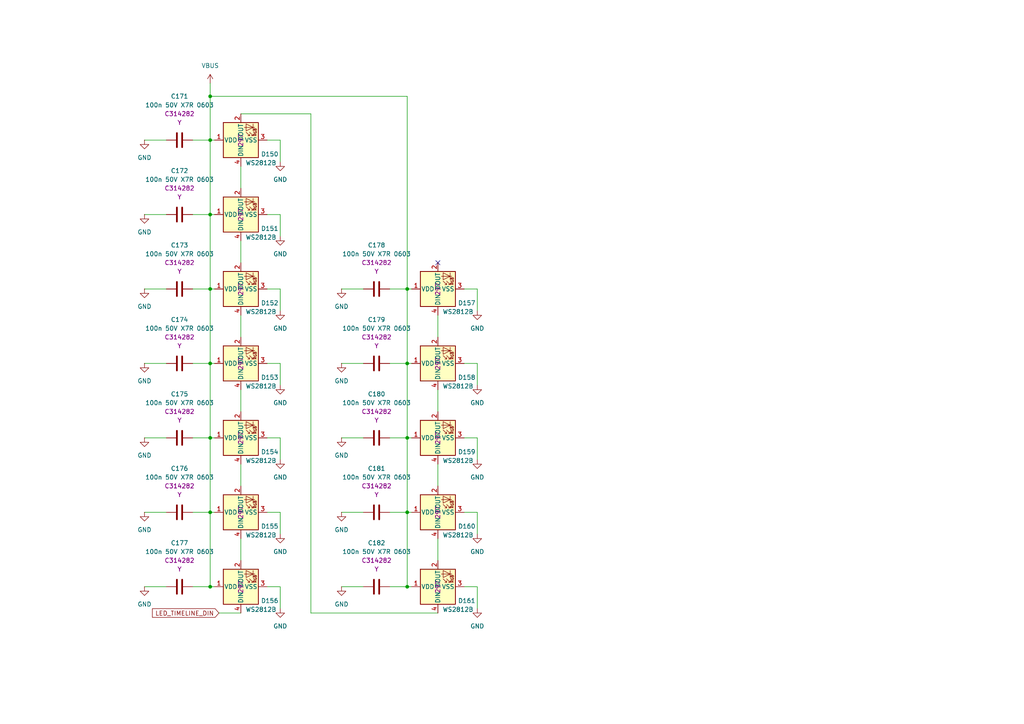
<source format=kicad_sch>
(kicad_sch (version 20250114) (generator "eeschema") (generator_version "9.0")
  (paper "A4")
  (lib_symbols
    (symbol "LED:WS2812B" (pin_names (offset 0.254))
      (property "Reference" "D" (at 5.08 5.715 0))
      (property "Value" "WS2812B" (at 1.27 -5.715 0))
      (symbol "WS2812B_0_0"
        (text "RGB" (at 2.286 -4.191 0) (effects (font (size 0.762 0.762))))
      )
      (symbol "WS2812B_0_1"
        (polyline (pts (xy 1.27 -2.54) (xy 1.778 -2.54)))
        (polyline (pts (xy 1.27 -3.556) (xy 1.778 -3.556)))
        (polyline (pts (xy 2.286 -1.524) (xy 1.27 -2.54) (xy 1.27 -2.032)))
        (polyline (pts (xy 2.286 -2.54) (xy 1.27 -3.556) (xy 1.27 -3.048)))
        (polyline (pts (xy 3.683 -1.016) (xy 3.683 -3.556) (xy 3.683 -4.064)))
        (polyline (pts (xy 4.699 -1.524) (xy 2.667 -1.524) (xy 3.683 -3.556) (xy 4.699 -1.524)))
        (polyline (pts (xy 4.699 -3.556) (xy 2.667 -3.556)))
        (rectangle (start 5.08 5.08) (end -5.08 -5.08) (stroke (width 0.254)) (fill (type background)))
      )
      (symbol "WS2812B_1_1"
        (pin input line (at -7.62 0 0) (length 2.54) (name "DIN") (number "4"))
        (pin power_in line (at 0 7.62 270) (length 2.54) (name "VDD") (number "1"))
        (pin power_in line (at 0 -7.62 90) (length 2.54) (name "VSS") (number "3"))
        (pin output line (at 7.62 0 180) (length 2.54) (name "DOUT") (number "2"))
      )
    )
    (symbol "Skrubis:100n 50V X7R 0603" (pin_numbers (hide yes)) (pin_names (offset 0.254))
      (property "Reference" "C?" (at -3.81 1.27 0))
      (property "Value" "100n 50V X7R 0603" (at -3.81 -1.27 0))
      (property "LCSC" "C314282" (at -5.08 0 0))
      (property "Stock" "N" (at -7.62 0 0))
      (symbol "100n 50V X7R 0603_0_1"
        (polyline (pts (xy -2.032 0.762) (xy 2.032 0.762)) (stroke (width 0.508)))
        (polyline (pts (xy -2.032 -0.762) (xy 2.032 -0.762)) (stroke (width 0.508)))
      )
      (symbol "100n 50V X7R 0603_1_1"
        (pin passive line (at 0 3.81 270) (length 2.794) (name "~") (number "1"))
        (pin passive line (at 0 -3.81 90) (length 2.794) (name "~") (number "2"))
      )
    )
    (symbol "power:GND" (power) (pin_numbers (hide yes)) (pin_names (offset 0) (hide yes))
      (property "Value" "GND" (at 0 -3.81 0))
      (symbol "GND_0_1"
        (polyline (pts (xy 0 0) (xy 0 -1.27) (xy 1.27 -1.27) (xy 0 -2.54) (xy -1.27 -1.27) (xy 0 -1.27)))
      )
      (symbol "GND_1_1"
        (pin power_in line (at 0 0 270) (length 0) (name "~") (number "1"))
      )
    )
    (symbol "power:VBUS" (power) (pin_numbers (hide yes)) (pin_names (offset 0) (hide yes))
      (property "Value" "VBUS" (at 0 3.556 0))
      (symbol "VBUS_0_1"
        (polyline (pts (xy -0.762 1.27) (xy 0 2.54)))
        (polyline (pts (xy 0 2.54) (xy 0.762 1.27)))
        (polyline (pts (xy 0 0) (xy 0 2.54)))
      )
      (symbol "VBUS_1_1"
        (pin power_in line (at 0 0 90) (length 0) (name "~") (number "1"))
      )
    )
  )
  (junction (at 60.96 27.94))
  (junction (at 118.11 127))
  (junction (at 118.11 105.41))
  (junction (at 60.96 62.23))
  (junction (at 118.11 83.82))
  (junction (at 60.96 40.64))
  (junction (at 60.96 83.82))
  (junction (at 60.96 105.41))
  (junction (at 118.11 148.59))
  (junction (at 118.11 170.18))
  (junction (at 60.96 170.18))
  (junction (at 60.96 148.59))
  (junction (at 60.96 127))
  (no_connect (at 127 76.2))
  (wire (pts (xy 99.06 127) (xy 105.41 127)))
  (wire (pts (xy 41.91 83.82) (xy 48.26 83.82)))
  (wire (pts (xy 55.88 105.41) (xy 60.96 105.41)))
  (wire (pts (xy 90.17 33.02) (xy 69.85 33.02)))
  (wire (pts (xy 81.28 176.53) (xy 81.28 170.18)))
  (wire (pts (xy 60.96 27.94) (xy 60.96 40.64)))
  (wire (pts (xy 81.28 127) (xy 77.47 127)))
  (wire (pts (xy 118.11 148.59) (xy 119.38 148.59)))
  (wire (pts (xy 60.96 170.18) (xy 62.23 170.18)))
  (wire (pts (xy 118.11 27.94) (xy 60.96 27.94)))
  (wire (pts (xy 60.96 62.23) (xy 60.96 83.82)))
  (wire (pts (xy 69.85 156.21) (xy 69.85 162.56)))
  (wire (pts (xy 60.96 148.59) (xy 60.96 170.18)))
  (wire (pts (xy 118.11 127) (xy 118.11 148.59)))
  (wire (pts (xy 41.91 170.18) (xy 48.26 170.18)))
  (wire (pts (xy 81.28 83.82) (xy 77.47 83.82)))
  (wire (pts (xy 55.88 40.64) (xy 60.96 40.64)))
  (wire (pts (xy 55.88 83.82) (xy 60.96 83.82)))
  (wire (pts (xy 81.28 68.58) (xy 81.28 62.23)))
  (wire (pts (xy 138.43 170.18) (xy 134.62 170.18)))
  (wire (pts (xy 69.85 91.44) (xy 69.85 97.79)))
  (wire (pts (xy 138.43 111.76) (xy 138.43 105.41)))
  (wire (pts (xy 55.88 127) (xy 60.96 127)))
  (wire (pts (xy 81.28 133.35) (xy 81.28 127)))
  (wire (pts (xy 127 91.44) (xy 127 97.79)))
  (wire (pts (xy 99.06 148.59) (xy 105.41 148.59)))
  (wire (pts (xy 113.03 148.59) (xy 118.11 148.59)))
  (wire (pts (xy 118.11 105.41) (xy 119.38 105.41)))
  (wire (pts (xy 55.88 62.23) (xy 60.96 62.23)))
  (wire (pts (xy 81.28 46.99) (xy 81.28 40.64)))
  (wire (pts (xy 41.91 148.59) (xy 48.26 148.59)))
  (wire (pts (xy 69.85 134.62) (xy 69.85 140.97)))
  (wire (pts (xy 60.96 83.82) (xy 60.96 105.41)))
  (wire (pts (xy 138.43 176.53) (xy 138.43 170.18)))
  (wire (pts (xy 60.96 148.59) (xy 62.23 148.59)))
  (wire (pts (xy 41.91 40.64) (xy 48.26 40.64)))
  (wire (pts (xy 60.96 127) (xy 60.96 148.59)))
  (wire (pts (xy 60.96 127) (xy 62.23 127)))
  (wire (pts (xy 60.96 62.23) (xy 62.23 62.23)))
  (wire (pts (xy 113.03 170.18) (xy 118.11 170.18)))
  (wire (pts (xy 63.5 177.8) (xy 69.85 177.8)))
  (wire (pts (xy 55.88 148.59) (xy 60.96 148.59)))
  (wire (pts (xy 41.91 105.41) (xy 48.26 105.41)))
  (wire (pts (xy 118.11 127) (xy 119.38 127)))
  (wire (pts (xy 60.96 40.64) (xy 60.96 62.23)))
  (wire (pts (xy 113.03 105.41) (xy 118.11 105.41)))
  (wire (pts (xy 69.85 113.03) (xy 69.85 119.38)))
  (wire (pts (xy 60.96 24.13) (xy 60.96 27.94)))
  (wire (pts (xy 60.96 83.82) (xy 62.23 83.82)))
  (wire (pts (xy 138.43 133.35) (xy 138.43 127)))
  (wire (pts (xy 90.17 177.8) (xy 127 177.8)))
  (wire (pts (xy 99.06 105.41) (xy 105.41 105.41)))
  (wire (pts (xy 69.85 69.85) (xy 69.85 76.2)))
  (wire (pts (xy 41.91 127) (xy 48.26 127)))
  (wire (pts (xy 60.96 40.64) (xy 62.23 40.64)))
  (wire (pts (xy 138.43 83.82) (xy 134.62 83.82)))
  (wire (pts (xy 81.28 40.64) (xy 77.47 40.64)))
  (wire (pts (xy 69.85 48.26) (xy 69.85 54.61)))
  (wire (pts (xy 127 156.21) (xy 127 162.56)))
  (wire (pts (xy 113.03 127) (xy 118.11 127)))
  (wire (pts (xy 90.17 177.8) (xy 90.17 33.02)))
  (wire (pts (xy 81.28 62.23) (xy 77.47 62.23)))
  (wire (pts (xy 99.06 170.18) (xy 105.41 170.18)))
  (wire (pts (xy 81.28 90.17) (xy 81.28 83.82)))
  (wire (pts (xy 118.11 83.82) (xy 118.11 105.41)))
  (wire (pts (xy 81.28 148.59) (xy 77.47 148.59)))
  (wire (pts (xy 138.43 154.94) (xy 138.43 148.59)))
  (wire (pts (xy 81.28 170.18) (xy 77.47 170.18)))
  (wire (pts (xy 81.28 105.41) (xy 77.47 105.41)))
  (wire (pts (xy 138.43 127) (xy 134.62 127)))
  (wire (pts (xy 118.11 105.41) (xy 118.11 127)))
  (wire (pts (xy 60.96 105.41) (xy 60.96 127)))
  (wire (pts (xy 118.11 27.94) (xy 118.11 83.82)))
  (wire (pts (xy 118.11 83.82) (xy 119.38 83.82)))
  (wire (pts (xy 113.03 83.82) (xy 118.11 83.82)))
  (wire (pts (xy 41.91 62.23) (xy 48.26 62.23)))
  (wire (pts (xy 81.28 111.76) (xy 81.28 105.41)))
  (wire (pts (xy 118.11 148.59) (xy 118.11 170.18)))
  (wire (pts (xy 55.88 170.18) (xy 60.96 170.18)))
  (wire (pts (xy 138.43 148.59) (xy 134.62 148.59)))
  (wire (pts (xy 118.11 170.18) (xy 119.38 170.18)))
  (wire (pts (xy 99.06 83.82) (xy 105.41 83.82)))
  (wire (pts (xy 138.43 90.17) (xy 138.43 83.82)))
  (wire (pts (xy 81.28 154.94) (xy 81.28 148.59)))
  (wire (pts (xy 60.96 105.41) (xy 62.23 105.41)))
  (wire (pts (xy 127 113.03) (xy 127 119.38)))
  (wire (pts (xy 138.43 105.41) (xy 134.62 105.41)))
  (wire (pts (xy 127 134.62) (xy 127 140.97)))
  (global_label "LED_TIMELINE_DIN" (shape input) (at 63.5 177.8 180) (property "Intersheetrefs" "${INTERSHEET_REFS}" (effects (hide yes))))
  (symbol (lib_id "power:GND") (at 81.28 68.58 0) (unit 1)
    (property "Reference" "#PWR0346" (effects (hide yes)))
    (property "Value" "GND" (at 81.28 73.66 0))
    (property "Description" "Power symbol creates a global label with name \"GND\" , ground" (effects (hide yes)))
  )
  (symbol (lib_id "LED:WS2812B") (at 69.85 170.18 90) (unit 1)
    (property "Reference" "D156" (at 78.232 174.244 90))
    (property "Value" "WS2812B" (at 75.692 176.784 90))
    (property "Footprint" "weatherthing-footprints:LED_WS2812B_PLCC4_5.0x5.0mm_P3.2mm" (effects (hide yes)))
    (property "Datasheet" "https://cdn-shop.adafruit.com/datasheets/WS2812B.pdf" (effects (hide yes)))
    (property "Description" "RGB LED with integrated controller" (effects (hide yes)))
    (property "LCSC" "C22461793" (effects (hide yes)))
    (property "Stock" "297" (at 69.85 170.18 0))
  )
  (symbol (lib_id "Skrubis:100n 50V X7R 0603") (at 52.07 62.23 90) (mirror x) (unit 1)
    (property "Reference" "C172" (at 52.07 49.53 90))
    (property "Value" "100n 50V X7R 0603" (at 52.07 52.07 90))
    (property "Footprint" "Capacitor_SMD:C_0603_1608Metric" (effects (hide yes)))
    (property "LCSC" "C314282" (at 52.07 54.61 90))
    (property "Stock" "Y" (at 52.07 57.15 90))
  )
  (symbol (lib_id "Skrubis:100n 50V X7R 0603") (at 52.07 40.64 90) (mirror x) (unit 1)
    (property "Reference" "C171" (at 52.07 27.94 90))
    (property "Value" "100n 50V X7R 0603" (at 52.07 30.48 90))
    (property "Footprint" "Capacitor_SMD:C_0603_1608Metric" (effects (hide yes)))
    (property "LCSC" "C314282" (at 52.07 33.02 90))
    (property "Stock" "Y" (at 52.07 35.56 90))
  )
  (symbol (lib_id "power:GND") (at 99.06 83.82 0) (unit 1)
    (property "Reference" "#PWR0352" (effects (hide yes)))
    (property "Value" "GND" (at 99.06 88.9 0))
    (property "Description" "Power symbol creates a global label with name \"GND\" , ground" (effects (hide yes)))
  )
  (symbol (lib_id "power:GND") (at 41.91 105.41 0) (unit 1)
    (property "Reference" "#PWR0340" (effects (hide yes)))
    (property "Value" "GND" (at 41.91 110.49 0))
    (property "Description" "Power symbol creates a global label with name \"GND\" , ground" (effects (hide yes)))
  )
  (symbol (lib_id "Skrubis:100n 50V X7R 0603") (at 52.07 170.18 90) (mirror x) (unit 1)
    (property "Reference" "C177" (at 52.07 157.48 90))
    (property "Value" "100n 50V X7R 0603" (at 52.07 160.02 90))
    (property "Footprint" "Capacitor_SMD:C_0603_1608Metric" (effects (hide yes)))
    (property "LCSC" "C314282" (at 52.07 162.56 90))
    (property "Stock" "Y" (at 52.07 165.1 90))
  )
  (symbol (lib_id "power:GND") (at 41.91 40.64 0) (unit 1)
    (property "Reference" "#PWR0337" (effects (hide yes)))
    (property "Value" "GND" (at 41.91 45.72 0))
    (property "Description" "Power symbol creates a global label with name \"GND\" , ground" (effects (hide yes)))
  )
  (symbol (lib_id "Skrubis:100n 50V X7R 0603") (at 109.22 170.18 90) (mirror x) (unit 1)
    (property "Reference" "C182" (at 109.22 157.48 90))
    (property "Value" "100n 50V X7R 0603" (at 109.22 160.02 90))
    (property "Footprint" "Capacitor_SMD:C_0603_1608Metric" (effects (hide yes)))
    (property "LCSC" "C314282" (at 109.22 162.56 90))
    (property "Stock" "Y" (at 109.22 165.1 90))
  )
  (symbol (lib_id "power:GND") (at 81.28 90.17 0) (unit 1)
    (property "Reference" "#PWR0347" (effects (hide yes)))
    (property "Value" "GND" (at 81.28 95.25 0))
    (property "Description" "Power symbol creates a global label with name \"GND\" , ground" (effects (hide yes)))
  )
  (symbol (lib_id "power:GND") (at 138.43 90.17 0) (unit 1)
    (property "Reference" "#PWR0357" (effects (hide yes)))
    (property "Value" "GND" (at 138.43 95.25 0))
    (property "Description" "Power symbol creates a global label with name \"GND\" , ground" (effects (hide yes)))
  )
  (symbol (lib_id "LED:WS2812B") (at 127 148.59 90) (unit 1)
    (property "Reference" "D160" (at 135.382 152.654 90))
    (property "Value" "WS2812B" (at 132.842 155.194 90))
    (property "Footprint" "weatherthing-footprints:LED_WS2812B_PLCC4_5.0x5.0mm_P3.2mm" (effects (hide yes)))
    (property "Datasheet" "https://cdn-shop.adafruit.com/datasheets/WS2812B.pdf" (effects (hide yes)))
    (property "Description" "RGB LED with integrated controller" (effects (hide yes)))
    (property "LCSC" "C22461793" (effects (hide yes)))
    (property "Stock" "297" (at 127 148.59 0))
  )
  (symbol (lib_id "power:GND") (at 81.28 111.76 0) (unit 1)
    (property "Reference" "#PWR0348" (effects (hide yes)))
    (property "Value" "GND" (at 81.28 116.84 0))
    (property "Description" "Power symbol creates a global label with name \"GND\" , ground" (effects (hide yes)))
  )
  (symbol (lib_id "power:GND") (at 99.06 170.18 0) (unit 1)
    (property "Reference" "#PWR0356" (effects (hide yes)))
    (property "Value" "GND" (at 99.06 175.26 0))
    (property "Description" "Power symbol creates a global label with name \"GND\" , ground" (effects (hide yes)))
  )
  (symbol (lib_id "Skrubis:100n 50V X7R 0603") (at 52.07 148.59 90) (mirror x) (unit 1)
    (property "Reference" "C176" (at 52.07 135.89 90))
    (property "Value" "100n 50V X7R 0603" (at 52.07 138.43 90))
    (property "Footprint" "Capacitor_SMD:C_0603_1608Metric" (effects (hide yes)))
    (property "LCSC" "C314282" (at 52.07 140.97 90))
    (property "Stock" "Y" (at 52.07 143.51 90))
  )
  (symbol (lib_id "power:GND") (at 41.91 127 0) (unit 1)
    (property "Reference" "#PWR0341" (effects (hide yes)))
    (property "Value" "GND" (at 41.91 132.08 0))
    (property "Description" "Power symbol creates a global label with name \"GND\" , ground" (effects (hide yes)))
  )
  (symbol (lib_id "power:GND") (at 138.43 111.76 0) (unit 1)
    (property "Reference" "#PWR0358" (effects (hide yes)))
    (property "Value" "GND" (at 138.43 116.84 0))
    (property "Description" "Power symbol creates a global label with name \"GND\" , ground" (effects (hide yes)))
  )
  (symbol (lib_id "power:GND") (at 81.28 154.94 0) (unit 1)
    (property "Reference" "#PWR0350" (effects (hide yes)))
    (property "Value" "GND" (at 81.28 160.02 0))
    (property "Description" "Power symbol creates a global label with name \"GND\" , ground" (effects (hide yes)))
  )
  (symbol (lib_id "power:GND") (at 99.06 105.41 0) (unit 1)
    (property "Reference" "#PWR0353" (effects (hide yes)))
    (property "Value" "GND" (at 99.06 110.49 0))
    (property "Description" "Power symbol creates a global label with name \"GND\" , ground" (effects (hide yes)))
  )
  (symbol (lib_id "LED:WS2812B") (at 69.85 127 90) (unit 1)
    (property "Reference" "D154" (at 78.232 131.064 90))
    (property "Value" "WS2812B" (at 75.692 133.604 90))
    (property "Footprint" "weatherthing-footprints:LED_WS2812B_PLCC4_5.0x5.0mm_P3.2mm" (effects (hide yes)))
    (property "Datasheet" "https://cdn-shop.adafruit.com/datasheets/WS2812B.pdf" (effects (hide yes)))
    (property "Description" "RGB LED with integrated controller" (effects (hide yes)))
    (property "LCSC" "C22461793" (effects (hide yes)))
    (property "Stock" "297" (at 69.85 127 0))
  )
  (symbol (lib_id "power:GND") (at 99.06 127 0) (unit 1)
    (property "Reference" "#PWR0354" (effects (hide yes)))
    (property "Value" "GND" (at 99.06 132.08 0))
    (property "Description" "Power symbol creates a global label with name \"GND\" , ground" (effects (hide yes)))
  )
  (symbol (lib_id "LED:WS2812B") (at 127 127 90) (unit 1)
    (property "Reference" "D159" (at 135.382 131.064 90))
    (property "Value" "WS2812B" (at 132.842 133.604 90))
    (property "Footprint" "weatherthing-footprints:LED_WS2812B_PLCC4_5.0x5.0mm_P3.2mm" (effects (hide yes)))
    (property "Datasheet" "https://cdn-shop.adafruit.com/datasheets/WS2812B.pdf" (effects (hide yes)))
    (property "Description" "RGB LED with integrated controller" (effects (hide yes)))
    (property "LCSC" "C22461793" (effects (hide yes)))
    (property "Stock" "297" (at 127 127 0))
  )
  (symbol (lib_id "power:GND") (at 41.91 148.59 0) (unit 1)
    (property "Reference" "#PWR0342" (effects (hide yes)))
    (property "Value" "GND" (at 41.91 153.67 0))
    (property "Description" "Power symbol creates a global label with name \"GND\" , ground" (effects (hide yes)))
  )
  (symbol (lib_id "Skrubis:100n 50V X7R 0603") (at 109.22 127 90) (mirror x) (unit 1)
    (property "Reference" "C180" (at 109.22 114.3 90))
    (property "Value" "100n 50V X7R 0603" (at 109.22 116.84 90))
    (property "Footprint" "Capacitor_SMD:C_0603_1608Metric" (effects (hide yes)))
    (property "LCSC" "C314282" (at 109.22 119.38 90))
    (property "Stock" "Y" (at 109.22 121.92 90))
  )
  (symbol (lib_id "power:GND") (at 41.91 62.23 0) (unit 1)
    (property "Reference" "#PWR0338" (effects (hide yes)))
    (property "Value" "GND" (at 41.91 67.31 0))
    (property "Description" "Power symbol creates a global label with name \"GND\" , ground" (effects (hide yes)))
  )
  (symbol (lib_id "LED:WS2812B") (at 127 83.82 90) (unit 1)
    (property "Reference" "D157" (at 135.382 87.884 90))
    (property "Value" "WS2812B" (at 132.842 90.424 90))
    (property "Footprint" "weatherthing-footprints:LED_WS2812B_PLCC4_5.0x5.0mm_P3.2mm" (effects (hide yes)))
    (property "Datasheet" "https://cdn-shop.adafruit.com/datasheets/WS2812B.pdf" (effects (hide yes)))
    (property "Description" "RGB LED with integrated controller" (effects (hide yes)))
    (property "LCSC" "C22461793" (effects (hide yes)))
    (property "Stock" "297" (at 127 83.82 0))
  )
  (symbol (lib_id "Skrubis:100n 50V X7R 0603") (at 52.07 83.82 90) (mirror x) (unit 1)
    (property "Reference" "C173" (at 52.07 71.12 90))
    (property "Value" "100n 50V X7R 0603" (at 52.07 73.66 90))
    (property "Footprint" "Capacitor_SMD:C_0603_1608Metric" (effects (hide yes)))
    (property "LCSC" "C314282" (at 52.07 76.2 90))
    (property "Stock" "Y" (at 52.07 78.74 90))
  )
  (symbol (lib_id "power:GND") (at 138.43 133.35 0) (unit 1)
    (property "Reference" "#PWR0359" (effects (hide yes)))
    (property "Value" "GND" (at 138.43 138.43 0))
    (property "Description" "Power symbol creates a global label with name \"GND\" , ground" (effects (hide yes)))
  )
  (symbol (lib_id "power:GND") (at 81.28 133.35 0) (unit 1)
    (property "Reference" "#PWR0349" (effects (hide yes)))
    (property "Value" "GND" (at 81.28 138.43 0))
    (property "Description" "Power symbol creates a global label with name \"GND\" , ground" (effects (hide yes)))
  )
  (symbol (lib_id "LED:WS2812B") (at 69.85 40.64 90) (unit 1)
    (property "Reference" "D150" (at 78.232 44.704 90))
    (property "Value" "WS2812B" (at 75.692 47.244 90))
    (property "Footprint" "weatherthing-footprints:LED_WS2812B_PLCC4_5.0x5.0mm_P3.2mm" (effects (hide yes)))
    (property "Datasheet" "https://cdn-shop.adafruit.com/datasheets/WS2812B.pdf" (effects (hide yes)))
    (property "Description" "RGB LED with integrated controller" (effects (hide yes)))
    (property "LCSC" "C22461793" (effects (hide yes)))
    (property "Stock" "297" (at 69.85 40.64 0))
  )
  (symbol (lib_id "power:GND") (at 138.43 176.53 0) (unit 1)
    (property "Reference" "#PWR0361" (effects (hide yes)))
    (property "Value" "GND" (at 138.43 181.61 0))
    (property "Description" "Power symbol creates a global label with name \"GND\" , ground" (effects (hide yes)))
  )
  (symbol (lib_id "power:GND") (at 99.06 148.59 0) (unit 1)
    (property "Reference" "#PWR0355" (effects (hide yes)))
    (property "Value" "GND" (at 99.06 153.67 0))
    (property "Description" "Power symbol creates a global label with name \"GND\" , ground" (effects (hide yes)))
  )
  (symbol (lib_id "LED:WS2812B") (at 69.85 148.59 90) (unit 1)
    (property "Reference" "D155" (at 78.232 152.654 90))
    (property "Value" "WS2812B" (at 75.692 155.194 90))
    (property "Footprint" "weatherthing-footprints:LED_WS2812B_PLCC4_5.0x5.0mm_P3.2mm" (effects (hide yes)))
    (property "Datasheet" "https://cdn-shop.adafruit.com/datasheets/WS2812B.pdf" (effects (hide yes)))
    (property "Description" "RGB LED with integrated controller" (effects (hide yes)))
    (property "LCSC" "C22461793" (effects (hide yes)))
    (property "Stock" "297" (at 69.85 148.59 0))
  )
  (symbol (lib_id "power:GND") (at 41.91 170.18 0) (unit 1)
    (property "Reference" "#PWR0343" (effects (hide yes)))
    (property "Value" "GND" (at 41.91 175.26 0))
    (property "Description" "Power symbol creates a global label with name \"GND\" , ground" (effects (hide yes)))
  )
  (symbol (lib_id "power:GND") (at 138.43 154.94 0) (unit 1)
    (property "Reference" "#PWR0360" (effects (hide yes)))
    (property "Value" "GND" (at 138.43 160.02 0))
    (property "Description" "Power symbol creates a global label with name \"GND\" , ground" (effects (hide yes)))
  )
  (symbol (lib_id "power:VBUS") (at 60.96 24.13 0) (unit 1)
    (property "Reference" "#PWR0344" (effects (hide yes)))
    (property "Value" "VBUS" (at 60.96 19.05 0))
    (property "Description" "Power symbol creates a global label with name \"VBUS\"" (effects (hide yes)))
  )
  (symbol (lib_id "LED:WS2812B") (at 69.85 83.82 90) (unit 1)
    (property "Reference" "D152" (at 78.232 87.884 90))
    (property "Value" "WS2812B" (at 75.692 90.424 90))
    (property "Footprint" "weatherthing-footprints:LED_WS2812B_PLCC4_5.0x5.0mm_P3.2mm" (effects (hide yes)))
    (property "Datasheet" "https://cdn-shop.adafruit.com/datasheets/WS2812B.pdf" (effects (hide yes)))
    (property "Description" "RGB LED with integrated controller" (effects (hide yes)))
    (property "LCSC" "C22461793" (effects (hide yes)))
    (property "Stock" "297" (at 69.85 83.82 0))
  )
  (symbol (lib_id "Skrubis:100n 50V X7R 0603") (at 109.22 83.82 90) (mirror x) (unit 1)
    (property "Reference" "C178" (at 109.22 71.12 90))
    (property "Value" "100n 50V X7R 0603" (at 109.22 73.66 90))
    (property "Footprint" "Capacitor_SMD:C_0603_1608Metric" (effects (hide yes)))
    (property "LCSC" "C314282" (at 109.22 76.2 90))
    (property "Stock" "Y" (at 109.22 78.74 90))
  )
  (symbol (lib_id "LED:WS2812B") (at 127 170.18 90) (unit 1)
    (property "Reference" "D161" (at 135.382 174.244 90))
    (property "Value" "WS2812B" (at 132.842 176.784 90))
    (property "Footprint" "weatherthing-footprints:LED_WS2812B_PLCC4_5.0x5.0mm_P3.2mm" (effects (hide yes)))
    (property "Datasheet" "https://cdn-shop.adafruit.com/datasheets/WS2812B.pdf" (effects (hide yes)))
    (property "Description" "RGB LED with integrated controller" (effects (hide yes)))
    (property "LCSC" "C22461793" (effects (hide yes)))
    (property "Stock" "297" (at 127 170.18 0))
  )
  (symbol (lib_id "power:GND") (at 41.91 83.82 0) (unit 1)
    (property "Reference" "#PWR0339" (effects (hide yes)))
    (property "Value" "GND" (at 41.91 88.9 0))
    (property "Description" "Power symbol creates a global label with name \"GND\" , ground" (effects (hide yes)))
  )
  (symbol (lib_id "Skrubis:100n 50V X7R 0603") (at 52.07 127 90) (mirror x) (unit 1)
    (property "Reference" "C175" (at 52.07 114.3 90))
    (property "Value" "100n 50V X7R 0603" (at 52.07 116.84 90))
    (property "Footprint" "Capacitor_SMD:C_0603_1608Metric" (effects (hide yes)))
    (property "LCSC" "C314282" (at 52.07 119.38 90))
    (property "Stock" "Y" (at 52.07 121.92 90))
  )
  (symbol (lib_id "LED:WS2812B") (at 127 105.41 90) (unit 1)
    (property "Reference" "D158" (at 135.382 109.474 90))
    (property "Value" "WS2812B" (at 132.842 112.014 90))
    (property "Footprint" "weatherthing-footprints:LED_WS2812B_PLCC4_5.0x5.0mm_P3.2mm" (effects (hide yes)))
    (property "Datasheet" "https://cdn-shop.adafruit.com/datasheets/WS2812B.pdf" (effects (hide yes)))
    (property "Description" "RGB LED with integrated controller" (effects (hide yes)))
    (property "LCSC" "C22461793" (effects (hide yes)))
    (property "Stock" "297" (at 127 105.41 0))
  )
  (symbol (lib_id "LED:WS2812B") (at 69.85 105.41 90) (unit 1)
    (property "Reference" "D153" (at 78.232 109.474 90))
    (property "Value" "WS2812B" (at 75.692 112.014 90))
    (property "Footprint" "weatherthing-footprints:LED_WS2812B_PLCC4_5.0x5.0mm_P3.2mm" (effects (hide yes)))
    (property "Datasheet" "https://cdn-shop.adafruit.com/datasheets/WS2812B.pdf" (effects (hide yes)))
    (property "Description" "RGB LED with integrated controller" (effects (hide yes)))
    (property "LCSC" "C22461793" (effects (hide yes)))
    (property "Stock" "297" (at 69.85 105.41 0))
  )
  (symbol (lib_id "Skrubis:100n 50V X7R 0603") (at 52.07 105.41 90) (mirror x) (unit 1)
    (property "Reference" "C174" (at 52.07 92.71 90))
    (property "Value" "100n 50V X7R 0603" (at 52.07 95.25 90))
    (property "Footprint" "Capacitor_SMD:C_0603_1608Metric" (effects (hide yes)))
    (property "LCSC" "C314282" (at 52.07 97.79 90))
    (property "Stock" "Y" (at 52.07 100.33 90))
  )
  (symbol (lib_id "Skrubis:100n 50V X7R 0603") (at 109.22 148.59 90) (mirror x) (unit 1)
    (property "Reference" "C181" (at 109.22 135.89 90))
    (property "Value" "100n 50V X7R 0603" (at 109.22 138.43 90))
    (property "Footprint" "Capacitor_SMD:C_0603_1608Metric" (effects (hide yes)))
    (property "LCSC" "C314282" (at 109.22 140.97 90))
    (property "Stock" "Y" (at 109.22 143.51 90))
  )
  (symbol (lib_id "power:GND") (at 81.28 46.99 0) (unit 1)
    (property "Reference" "#PWR0345" (effects (hide yes)))
    (property "Value" "GND" (at 81.28 52.07 0))
    (property "Description" "Power symbol creates a global label with name \"GND\" , ground" (effects (hide yes)))
  )
  (symbol (lib_id "power:GND") (at 81.28 176.53 0) (unit 1)
    (property "Reference" "#PWR0351" (effects (hide yes)))
    (property "Value" "GND" (at 81.28 181.61 0))
    (property "Description" "Power symbol creates a global label with name \"GND\" , ground" (effects (hide yes)))
  )
  (symbol (lib_id "Skrubis:100n 50V X7R 0603") (at 109.22 105.41 90) (mirror x) (unit 1)
    (property "Reference" "C179" (at 109.22 92.71 90))
    (property "Value" "100n 50V X7R 0603" (at 109.22 95.25 90))
    (property "Footprint" "Capacitor_SMD:C_0603_1608Metric" (effects (hide yes)))
    (property "LCSC" "C314282" (at 109.22 97.79 90))
    (property "Stock" "Y" (at 109.22 100.33 90))
  )
  (symbol (lib_id "LED:WS2812B") (at 69.85 62.23 90) (unit 1)
    (property "Reference" "D151" (at 78.232 66.294 90))
    (property "Value" "WS2812B" (at 75.692 68.834 90))
    (property "Footprint" "weatherthing-footprints:LED_WS2812B_PLCC4_5.0x5.0mm_P3.2mm" (effects (hide yes)))
    (property "Datasheet" "https://cdn-shop.adafruit.com/datasheets/WS2812B.pdf" (effects (hide yes)))
    (property "Description" "RGB LED with integrated controller" (effects (hide yes)))
    (property "LCSC" "C22461793" (effects (hide yes)))
    (property "Stock" "297" (at 69.85 62.23 0))
  )
)
</source>
